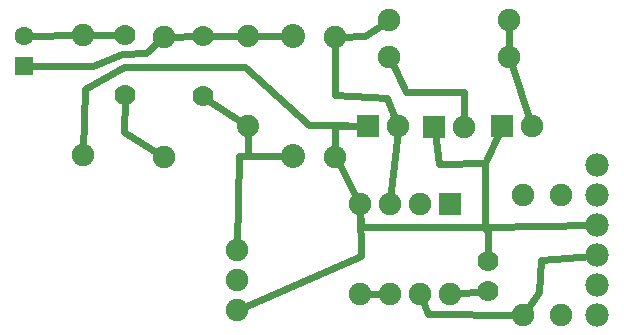
<source format=gtl>
G04 MADE WITH FRITZING*
G04 WWW.FRITZING.ORG*
G04 DOUBLE SIDED*
G04 HOLES PLATED*
G04 CONTOUR ON CENTER OF CONTOUR VECTOR*
%ASAXBY*%
%FSLAX23Y23*%
%MOIN*%
%OFA0B0*%
%SFA1.0B1.0*%
%ADD10C,0.075000*%
%ADD11C,0.062992*%
%ADD12C,0.070000*%
%ADD13C,0.074000*%
%ADD14C,0.080000*%
%ADD15C,0.078000*%
%ADD16R,0.075000X0.075000*%
%ADD17R,0.062992X0.062992*%
%ADD18C,0.024000*%
%LNCOPPER1*%
G90*
G70*
G54D10*
X1587Y497D03*
X1587Y197D03*
X1487Y497D03*
X1487Y197D03*
X1387Y497D03*
X1387Y197D03*
X1287Y497D03*
X1287Y197D03*
G54D11*
X169Y958D03*
X169Y1056D03*
G54D10*
X366Y659D03*
X366Y1059D03*
G54D12*
X504Y860D03*
X504Y1060D03*
G54D10*
X634Y655D03*
X634Y1055D03*
G54D12*
X764Y856D03*
X764Y1056D03*
G54D13*
X913Y757D03*
X913Y1057D03*
X913Y757D03*
X913Y1057D03*
G54D14*
X1063Y656D03*
X1063Y1056D03*
G54D10*
X1205Y655D03*
X1205Y1055D03*
X1386Y1112D03*
X1786Y1112D03*
X1386Y986D03*
X1786Y986D03*
X1760Y757D03*
X1860Y757D03*
X1535Y753D03*
X1635Y753D03*
X1315Y757D03*
X1415Y757D03*
G54D12*
X1713Y206D03*
X1713Y306D03*
G54D10*
X1957Y127D03*
X1957Y527D03*
X1831Y127D03*
X1831Y527D03*
G54D15*
X2079Y626D03*
X2079Y526D03*
X2079Y426D03*
X2079Y326D03*
X2079Y226D03*
X2079Y126D03*
G54D10*
X878Y344D03*
X878Y244D03*
X878Y144D03*
G54D16*
X1587Y497D03*
G54D17*
X169Y958D03*
G54D16*
X1760Y757D03*
X1535Y753D03*
X1315Y757D03*
G54D18*
X1516Y131D02*
X1494Y181D01*
D02*
X1813Y127D02*
X1516Y131D01*
D02*
X1369Y197D02*
X1304Y197D01*
D02*
X1413Y740D02*
X1389Y515D01*
D02*
X1205Y761D02*
X1297Y758D01*
D02*
X1205Y672D02*
X1205Y761D01*
D02*
X500Y738D02*
X503Y845D01*
D02*
X619Y664D02*
X500Y738D01*
D02*
X776Y847D02*
X899Y767D01*
D02*
X1705Y634D02*
X1753Y741D01*
D02*
X1786Y1003D02*
X1786Y1094D01*
D02*
X1791Y969D02*
X1854Y774D01*
D02*
X1705Y634D02*
X1551Y631D01*
D02*
X1551Y631D02*
X1538Y736D01*
D02*
X1706Y414D02*
X1705Y634D01*
D02*
X1713Y419D02*
X1713Y321D01*
D02*
X1713Y419D02*
X2060Y426D01*
D02*
X1292Y422D02*
X1713Y419D01*
D02*
X1288Y480D02*
X1292Y422D01*
D02*
X1292Y323D02*
X1287Y480D01*
D02*
X894Y151D02*
X1292Y323D01*
D02*
X1698Y205D02*
X1604Y199D01*
D02*
X1890Y312D02*
X2060Y325D01*
D02*
X1841Y141D02*
X1886Y203D01*
D02*
X1886Y203D02*
X1890Y312D01*
D02*
X349Y1059D02*
X185Y1057D01*
D02*
X489Y1059D02*
X384Y1059D01*
D02*
X398Y958D02*
X185Y958D01*
D02*
X574Y1001D02*
X496Y997D01*
D02*
X496Y997D02*
X398Y958D01*
D02*
X621Y1043D02*
X574Y1001D01*
D02*
X749Y1056D02*
X651Y1055D01*
D02*
X896Y1057D02*
X779Y1056D01*
D02*
X1043Y1056D02*
X931Y1057D01*
D02*
X1303Y1057D02*
X1222Y1055D01*
D02*
X1371Y1102D02*
X1303Y1057D01*
D02*
X1633Y871D02*
X1441Y871D01*
D02*
X1441Y871D02*
X1393Y970D01*
D02*
X1635Y771D02*
X1633Y871D01*
D02*
X1377Y851D02*
X1205Y860D01*
D02*
X1205Y860D02*
X1205Y1037D01*
D02*
X1408Y773D02*
X1377Y851D01*
D02*
X370Y882D02*
X500Y955D01*
D02*
X906Y955D02*
X1117Y761D01*
D02*
X500Y955D02*
X906Y955D01*
D02*
X1117Y761D02*
X1297Y758D01*
D02*
X366Y676D02*
X370Y882D01*
D02*
X1279Y513D02*
X1213Y639D01*
D02*
X883Y658D02*
X1043Y657D01*
D02*
X878Y361D02*
X883Y658D01*
D02*
X1043Y657D02*
X913Y658D01*
D02*
X913Y658D02*
X913Y739D01*
G04 End of Copper1*
M02*
</source>
